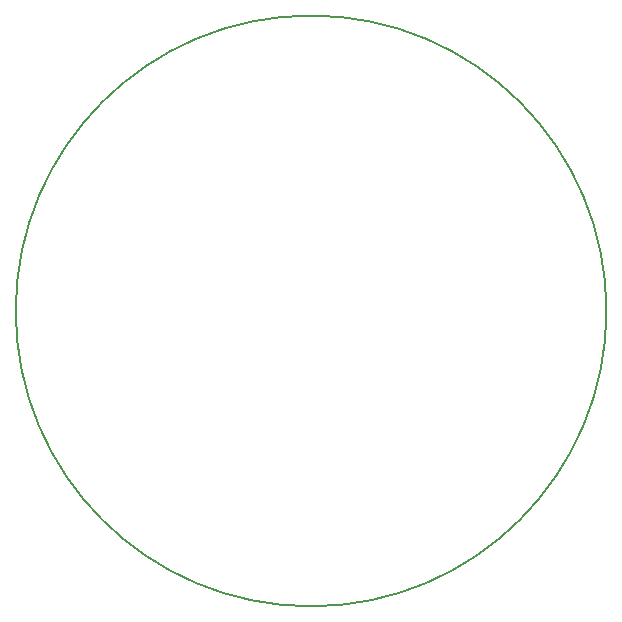
<source format=gbr>
G04 #@! TF.GenerationSoftware,KiCad,Pcbnew,5.1.0-060a0da~80~ubuntu18.04.1*
G04 #@! TF.CreationDate,2019-05-28T03:43:47+02:00*
G04 #@! TF.ProjectId,TinyFPGA-BX,54696e79-4650-4474-912d-42582e6b6963,rev?*
G04 #@! TF.SameCoordinates,Original*
G04 #@! TF.FileFunction,Profile,NP*
%FSLAX46Y46*%
G04 Gerber Fmt 4.6, Leading zero omitted, Abs format (unit mm)*
G04 Created by KiCad (PCBNEW 5.1.0-060a0da~80~ubuntu18.04.1) date 2019-05-28 03:43:47*
%MOMM*%
%LPD*%
G04 APERTURE LIST*
%ADD10C,0.150000*%
G04 APERTURE END LIST*
D10*
X176188904Y-114144000D02*
G75*
G03X176188904Y-114144000I-25008904J0D01*
G01*
M02*

</source>
